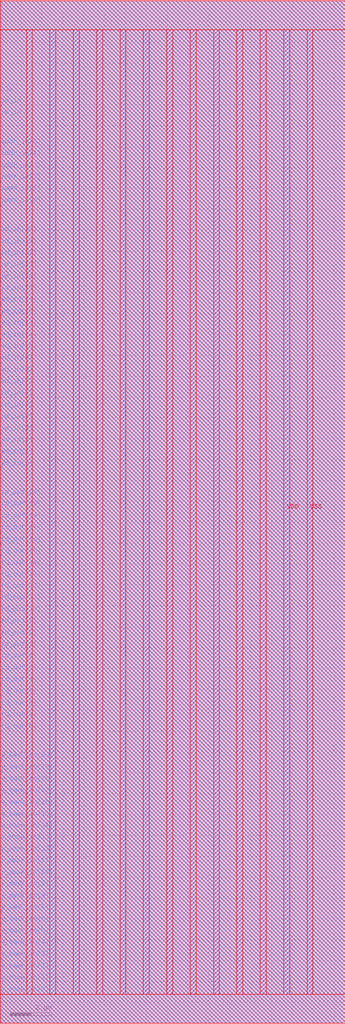
<source format=lef>
VERSION 5.7 ;
BUSBITCHARS "[]" ;
MACRO fakeram45_64x21
  FOREIGN fakeram45_64x21 0 0 ;
  SYMMETRY X Y R90 ;
  SIZE 16.530 BY 49.000 ;
  CLASS BLOCK ;
  PIN w_mask_in[0]
    DIRECTION INPUT ;
    USE SIGNAL ;
    SHAPE ABUTMENT ;
    PORT
      LAYER metal3 ;
      RECT 0.000 1.365 0.070 1.435 ;
    END
  END w_mask_in[0]
  PIN w_mask_in[1]
    DIRECTION INPUT ;
    USE SIGNAL ;
    SHAPE ABUTMENT ;
    PORT
      LAYER metal3 ;
      RECT 0.000 1.925 0.070 1.995 ;
    END
  END w_mask_in[1]
  PIN w_mask_in[2]
    DIRECTION INPUT ;
    USE SIGNAL ;
    SHAPE ABUTMENT ;
    PORT
      LAYER metal3 ;
      RECT 0.000 2.485 0.070 2.555 ;
    END
  END w_mask_in[2]
  PIN w_mask_in[3]
    DIRECTION INPUT ;
    USE SIGNAL ;
    SHAPE ABUTMENT ;
    PORT
      LAYER metal3 ;
      RECT 0.000 3.045 0.070 3.115 ;
    END
  END w_mask_in[3]
  PIN w_mask_in[4]
    DIRECTION INPUT ;
    USE SIGNAL ;
    SHAPE ABUTMENT ;
    PORT
      LAYER metal3 ;
      RECT 0.000 3.605 0.070 3.675 ;
    END
  END w_mask_in[4]
  PIN w_mask_in[5]
    DIRECTION INPUT ;
    USE SIGNAL ;
    SHAPE ABUTMENT ;
    PORT
      LAYER metal3 ;
      RECT 0.000 4.165 0.070 4.235 ;
    END
  END w_mask_in[5]
  PIN w_mask_in[6]
    DIRECTION INPUT ;
    USE SIGNAL ;
    SHAPE ABUTMENT ;
    PORT
      LAYER metal3 ;
      RECT 0.000 4.725 0.070 4.795 ;
    END
  END w_mask_in[6]
  PIN w_mask_in[7]
    DIRECTION INPUT ;
    USE SIGNAL ;
    SHAPE ABUTMENT ;
    PORT
      LAYER metal3 ;
      RECT 0.000 5.285 0.070 5.355 ;
    END
  END w_mask_in[7]
  PIN w_mask_in[8]
    DIRECTION INPUT ;
    USE SIGNAL ;
    SHAPE ABUTMENT ;
    PORT
      LAYER metal3 ;
      RECT 0.000 5.845 0.070 5.915 ;
    END
  END w_mask_in[8]
  PIN w_mask_in[9]
    DIRECTION INPUT ;
    USE SIGNAL ;
    SHAPE ABUTMENT ;
    PORT
      LAYER metal3 ;
      RECT 0.000 6.405 0.070 6.475 ;
    END
  END w_mask_in[9]
  PIN w_mask_in[10]
    DIRECTION INPUT ;
    USE SIGNAL ;
    SHAPE ABUTMENT ;
    PORT
      LAYER metal3 ;
      RECT 0.000 6.965 0.070 7.035 ;
    END
  END w_mask_in[10]
  PIN w_mask_in[11]
    DIRECTION INPUT ;
    USE SIGNAL ;
    SHAPE ABUTMENT ;
    PORT
      LAYER metal3 ;
      RECT 0.000 7.525 0.070 7.595 ;
    END
  END w_mask_in[11]
  PIN w_mask_in[12]
    DIRECTION INPUT ;
    USE SIGNAL ;
    SHAPE ABUTMENT ;
    PORT
      LAYER metal3 ;
      RECT 0.000 8.085 0.070 8.155 ;
    END
  END w_mask_in[12]
  PIN w_mask_in[13]
    DIRECTION INPUT ;
    USE SIGNAL ;
    SHAPE ABUTMENT ;
    PORT
      LAYER metal3 ;
      RECT 0.000 8.645 0.070 8.715 ;
    END
  END w_mask_in[13]
  PIN w_mask_in[14]
    DIRECTION INPUT ;
    USE SIGNAL ;
    SHAPE ABUTMENT ;
    PORT
      LAYER metal3 ;
      RECT 0.000 9.205 0.070 9.275 ;
    END
  END w_mask_in[14]
  PIN w_mask_in[15]
    DIRECTION INPUT ;
    USE SIGNAL ;
    SHAPE ABUTMENT ;
    PORT
      LAYER metal3 ;
      RECT 0.000 9.765 0.070 9.835 ;
    END
  END w_mask_in[15]
  PIN w_mask_in[16]
    DIRECTION INPUT ;
    USE SIGNAL ;
    SHAPE ABUTMENT ;
    PORT
      LAYER metal3 ;
      RECT 0.000 10.325 0.070 10.395 ;
    END
  END w_mask_in[16]
  PIN w_mask_in[17]
    DIRECTION INPUT ;
    USE SIGNAL ;
    SHAPE ABUTMENT ;
    PORT
      LAYER metal3 ;
      RECT 0.000 10.885 0.070 10.955 ;
    END
  END w_mask_in[17]
  PIN w_mask_in[18]
    DIRECTION INPUT ;
    USE SIGNAL ;
    SHAPE ABUTMENT ;
    PORT
      LAYER metal3 ;
      RECT 0.000 11.445 0.070 11.515 ;
    END
  END w_mask_in[18]
  PIN w_mask_in[19]
    DIRECTION INPUT ;
    USE SIGNAL ;
    SHAPE ABUTMENT ;
    PORT
      LAYER metal3 ;
      RECT 0.000 12.005 0.070 12.075 ;
    END
  END w_mask_in[19]
  PIN w_mask_in[20]
    DIRECTION INPUT ;
    USE SIGNAL ;
    SHAPE ABUTMENT ;
    PORT
      LAYER metal3 ;
      RECT 0.000 12.565 0.070 12.635 ;
    END
  END w_mask_in[20]
  PIN rd_out[0]
    DIRECTION OUTPUT ;
    USE SIGNAL ;
    SHAPE ABUTMENT ;
    PORT
      LAYER metal3 ;
      RECT 0.000 13.965 0.070 14.035 ;
    END
  END rd_out[0]
  PIN rd_out[1]
    DIRECTION OUTPUT ;
    USE SIGNAL ;
    SHAPE ABUTMENT ;
    PORT
      LAYER metal3 ;
      RECT 0.000 14.525 0.070 14.595 ;
    END
  END rd_out[1]
  PIN rd_out[2]
    DIRECTION OUTPUT ;
    USE SIGNAL ;
    SHAPE ABUTMENT ;
    PORT
      LAYER metal3 ;
      RECT 0.000 15.085 0.070 15.155 ;
    END
  END rd_out[2]
  PIN rd_out[3]
    DIRECTION OUTPUT ;
    USE SIGNAL ;
    SHAPE ABUTMENT ;
    PORT
      LAYER metal3 ;
      RECT 0.000 15.645 0.070 15.715 ;
    END
  END rd_out[3]
  PIN rd_out[4]
    DIRECTION OUTPUT ;
    USE SIGNAL ;
    SHAPE ABUTMENT ;
    PORT
      LAYER metal3 ;
      RECT 0.000 16.205 0.070 16.275 ;
    END
  END rd_out[4]
  PIN rd_out[5]
    DIRECTION OUTPUT ;
    USE SIGNAL ;
    SHAPE ABUTMENT ;
    PORT
      LAYER metal3 ;
      RECT 0.000 16.765 0.070 16.835 ;
    END
  END rd_out[5]
  PIN rd_out[6]
    DIRECTION OUTPUT ;
    USE SIGNAL ;
    SHAPE ABUTMENT ;
    PORT
      LAYER metal3 ;
      RECT 0.000 17.325 0.070 17.395 ;
    END
  END rd_out[6]
  PIN rd_out[7]
    DIRECTION OUTPUT ;
    USE SIGNAL ;
    SHAPE ABUTMENT ;
    PORT
      LAYER metal3 ;
      RECT 0.000 17.885 0.070 17.955 ;
    END
  END rd_out[7]
  PIN rd_out[8]
    DIRECTION OUTPUT ;
    USE SIGNAL ;
    SHAPE ABUTMENT ;
    PORT
      LAYER metal3 ;
      RECT 0.000 18.445 0.070 18.515 ;
    END
  END rd_out[8]
  PIN rd_out[9]
    DIRECTION OUTPUT ;
    USE SIGNAL ;
    SHAPE ABUTMENT ;
    PORT
      LAYER metal3 ;
      RECT 0.000 19.005 0.070 19.075 ;
    END
  END rd_out[9]
  PIN rd_out[10]
    DIRECTION OUTPUT ;
    USE SIGNAL ;
    SHAPE ABUTMENT ;
    PORT
      LAYER metal3 ;
      RECT 0.000 19.565 0.070 19.635 ;
    END
  END rd_out[10]
  PIN rd_out[11]
    DIRECTION OUTPUT ;
    USE SIGNAL ;
    SHAPE ABUTMENT ;
    PORT
      LAYER metal3 ;
      RECT 0.000 20.125 0.070 20.195 ;
    END
  END rd_out[11]
  PIN rd_out[12]
    DIRECTION OUTPUT ;
    USE SIGNAL ;
    SHAPE ABUTMENT ;
    PORT
      LAYER metal3 ;
      RECT 0.000 20.685 0.070 20.755 ;
    END
  END rd_out[12]
  PIN rd_out[13]
    DIRECTION OUTPUT ;
    USE SIGNAL ;
    SHAPE ABUTMENT ;
    PORT
      LAYER metal3 ;
      RECT 0.000 21.245 0.070 21.315 ;
    END
  END rd_out[13]
  PIN rd_out[14]
    DIRECTION OUTPUT ;
    USE SIGNAL ;
    SHAPE ABUTMENT ;
    PORT
      LAYER metal3 ;
      RECT 0.000 21.805 0.070 21.875 ;
    END
  END rd_out[14]
  PIN rd_out[15]
    DIRECTION OUTPUT ;
    USE SIGNAL ;
    SHAPE ABUTMENT ;
    PORT
      LAYER metal3 ;
      RECT 0.000 22.365 0.070 22.435 ;
    END
  END rd_out[15]
  PIN rd_out[16]
    DIRECTION OUTPUT ;
    USE SIGNAL ;
    SHAPE ABUTMENT ;
    PORT
      LAYER metal3 ;
      RECT 0.000 22.925 0.070 22.995 ;
    END
  END rd_out[16]
  PIN rd_out[17]
    DIRECTION OUTPUT ;
    USE SIGNAL ;
    SHAPE ABUTMENT ;
    PORT
      LAYER metal3 ;
      RECT 0.000 23.485 0.070 23.555 ;
    END
  END rd_out[17]
  PIN rd_out[18]
    DIRECTION OUTPUT ;
    USE SIGNAL ;
    SHAPE ABUTMENT ;
    PORT
      LAYER metal3 ;
      RECT 0.000 24.045 0.070 24.115 ;
    END
  END rd_out[18]
  PIN rd_out[19]
    DIRECTION OUTPUT ;
    USE SIGNAL ;
    SHAPE ABUTMENT ;
    PORT
      LAYER metal3 ;
      RECT 0.000 24.605 0.070 24.675 ;
    END
  END rd_out[19]
  PIN rd_out[20]
    DIRECTION OUTPUT ;
    USE SIGNAL ;
    SHAPE ABUTMENT ;
    PORT
      LAYER metal3 ;
      RECT 0.000 25.165 0.070 25.235 ;
    END
  END rd_out[20]
  PIN wd_in[0]
    DIRECTION INPUT ;
    USE SIGNAL ;
    SHAPE ABUTMENT ;
    PORT
      LAYER metal3 ;
      RECT 0.000 26.565 0.070 26.635 ;
    END
  END wd_in[0]
  PIN wd_in[1]
    DIRECTION INPUT ;
    USE SIGNAL ;
    SHAPE ABUTMENT ;
    PORT
      LAYER metal3 ;
      RECT 0.000 27.125 0.070 27.195 ;
    END
  END wd_in[1]
  PIN wd_in[2]
    DIRECTION INPUT ;
    USE SIGNAL ;
    SHAPE ABUTMENT ;
    PORT
      LAYER metal3 ;
      RECT 0.000 27.685 0.070 27.755 ;
    END
  END wd_in[2]
  PIN wd_in[3]
    DIRECTION INPUT ;
    USE SIGNAL ;
    SHAPE ABUTMENT ;
    PORT
      LAYER metal3 ;
      RECT 0.000 28.245 0.070 28.315 ;
    END
  END wd_in[3]
  PIN wd_in[4]
    DIRECTION INPUT ;
    USE SIGNAL ;
    SHAPE ABUTMENT ;
    PORT
      LAYER metal3 ;
      RECT 0.000 28.805 0.070 28.875 ;
    END
  END wd_in[4]
  PIN wd_in[5]
    DIRECTION INPUT ;
    USE SIGNAL ;
    SHAPE ABUTMENT ;
    PORT
      LAYER metal3 ;
      RECT 0.000 29.365 0.070 29.435 ;
    END
  END wd_in[5]
  PIN wd_in[6]
    DIRECTION INPUT ;
    USE SIGNAL ;
    SHAPE ABUTMENT ;
    PORT
      LAYER metal3 ;
      RECT 0.000 29.925 0.070 29.995 ;
    END
  END wd_in[6]
  PIN wd_in[7]
    DIRECTION INPUT ;
    USE SIGNAL ;
    SHAPE ABUTMENT ;
    PORT
      LAYER metal3 ;
      RECT 0.000 30.485 0.070 30.555 ;
    END
  END wd_in[7]
  PIN wd_in[8]
    DIRECTION INPUT ;
    USE SIGNAL ;
    SHAPE ABUTMENT ;
    PORT
      LAYER metal3 ;
      RECT 0.000 31.045 0.070 31.115 ;
    END
  END wd_in[8]
  PIN wd_in[9]
    DIRECTION INPUT ;
    USE SIGNAL ;
    SHAPE ABUTMENT ;
    PORT
      LAYER metal3 ;
      RECT 0.000 31.605 0.070 31.675 ;
    END
  END wd_in[9]
  PIN wd_in[10]
    DIRECTION INPUT ;
    USE SIGNAL ;
    SHAPE ABUTMENT ;
    PORT
      LAYER metal3 ;
      RECT 0.000 32.165 0.070 32.235 ;
    END
  END wd_in[10]
  PIN wd_in[11]
    DIRECTION INPUT ;
    USE SIGNAL ;
    SHAPE ABUTMENT ;
    PORT
      LAYER metal3 ;
      RECT 0.000 32.725 0.070 32.795 ;
    END
  END wd_in[11]
  PIN wd_in[12]
    DIRECTION INPUT ;
    USE SIGNAL ;
    SHAPE ABUTMENT ;
    PORT
      LAYER metal3 ;
      RECT 0.000 33.285 0.070 33.355 ;
    END
  END wd_in[12]
  PIN wd_in[13]
    DIRECTION INPUT ;
    USE SIGNAL ;
    SHAPE ABUTMENT ;
    PORT
      LAYER metal3 ;
      RECT 0.000 33.845 0.070 33.915 ;
    END
  END wd_in[13]
  PIN wd_in[14]
    DIRECTION INPUT ;
    USE SIGNAL ;
    SHAPE ABUTMENT ;
    PORT
      LAYER metal3 ;
      RECT 0.000 34.405 0.070 34.475 ;
    END
  END wd_in[14]
  PIN wd_in[15]
    DIRECTION INPUT ;
    USE SIGNAL ;
    SHAPE ABUTMENT ;
    PORT
      LAYER metal3 ;
      RECT 0.000 34.965 0.070 35.035 ;
    END
  END wd_in[15]
  PIN wd_in[16]
    DIRECTION INPUT ;
    USE SIGNAL ;
    SHAPE ABUTMENT ;
    PORT
      LAYER metal3 ;
      RECT 0.000 35.525 0.070 35.595 ;
    END
  END wd_in[16]
  PIN wd_in[17]
    DIRECTION INPUT ;
    USE SIGNAL ;
    SHAPE ABUTMENT ;
    PORT
      LAYER metal3 ;
      RECT 0.000 36.085 0.070 36.155 ;
    END
  END wd_in[17]
  PIN wd_in[18]
    DIRECTION INPUT ;
    USE SIGNAL ;
    SHAPE ABUTMENT ;
    PORT
      LAYER metal3 ;
      RECT 0.000 36.645 0.070 36.715 ;
    END
  END wd_in[18]
  PIN wd_in[19]
    DIRECTION INPUT ;
    USE SIGNAL ;
    SHAPE ABUTMENT ;
    PORT
      LAYER metal3 ;
      RECT 0.000 37.205 0.070 37.275 ;
    END
  END wd_in[19]
  PIN wd_in[20]
    DIRECTION INPUT ;
    USE SIGNAL ;
    SHAPE ABUTMENT ;
    PORT
      LAYER metal3 ;
      RECT 0.000 37.765 0.070 37.835 ;
    END
  END wd_in[20]
  PIN addr_in[0]
    DIRECTION INPUT ;
    USE SIGNAL ;
    SHAPE ABUTMENT ;
    PORT
      LAYER metal3 ;
      RECT 0.000 39.165 0.070 39.235 ;
    END
  END addr_in[0]
  PIN addr_in[1]
    DIRECTION INPUT ;
    USE SIGNAL ;
    SHAPE ABUTMENT ;
    PORT
      LAYER metal3 ;
      RECT 0.000 39.725 0.070 39.795 ;
    END
  END addr_in[1]
  PIN addr_in[2]
    DIRECTION INPUT ;
    USE SIGNAL ;
    SHAPE ABUTMENT ;
    PORT
      LAYER metal3 ;
      RECT 0.000 40.285 0.070 40.355 ;
    END
  END addr_in[2]
  PIN addr_in[3]
    DIRECTION INPUT ;
    USE SIGNAL ;
    SHAPE ABUTMENT ;
    PORT
      LAYER metal3 ;
      RECT 0.000 40.845 0.070 40.915 ;
    END
  END addr_in[3]
  PIN addr_in[4]
    DIRECTION INPUT ;
    USE SIGNAL ;
    SHAPE ABUTMENT ;
    PORT
      LAYER metal3 ;
      RECT 0.000 41.405 0.070 41.475 ;
    END
  END addr_in[4]
  PIN addr_in[5]
    DIRECTION INPUT ;
    USE SIGNAL ;
    SHAPE ABUTMENT ;
    PORT
      LAYER metal3 ;
      RECT 0.000 41.965 0.070 42.035 ;
    END
  END addr_in[5]
  PIN we_in
    DIRECTION INPUT ;
    USE SIGNAL ;
    SHAPE ABUTMENT ;
    PORT
      LAYER metal3 ;
      RECT 0.000 43.365 0.070 43.435 ;
    END
  END we_in
  PIN ce_in
    DIRECTION INPUT ;
    USE SIGNAL ;
    SHAPE ABUTMENT ;
    PORT
      LAYER metal3 ;
      RECT 0.000 43.925 0.070 43.995 ;
    END
  END ce_in
  PIN clk
    DIRECTION INPUT ;
    USE SIGNAL ;
    SHAPE ABUTMENT ;
    PORT
      LAYER metal3 ;
      RECT 0.000 44.485 0.070 44.555 ;
    END
  END clk
  PIN VSS
    DIRECTION INOUT ;
    USE GROUND ;
    PORT
      LAYER metal4 ;
      RECT 1.260 1.400 1.540 47.600 ;
      RECT 3.500 1.400 3.780 47.600 ;
      RECT 5.740 1.400 6.020 47.600 ;
      RECT 7.980 1.400 8.260 47.600 ;
      RECT 10.220 1.400 10.500 47.600 ;
      RECT 12.460 1.400 12.740 47.600 ;
      RECT 14.700 1.400 14.980 47.600 ;
    END
  END VSS
  PIN VDD
    DIRECTION INOUT ;
    USE POWER ;
    PORT
      LAYER metal4 ;
      RECT 2.380 1.400 2.660 47.600 ;
      RECT 4.620 1.400 4.900 47.600 ;
      RECT 6.860 1.400 7.140 47.600 ;
      RECT 9.100 1.400 9.380 47.600 ;
      RECT 11.340 1.400 11.620 47.600 ;
      RECT 13.580 1.400 13.860 47.600 ;
    END
  END VDD
  OBS
    LAYER metal1 ;
    RECT 0 0 16.530 49.000 ;
    LAYER metal2 ;
    RECT 0 0 16.530 49.000 ;
    LAYER metal3 ;
    RECT 0.070 0 16.530 49.000 ;
    RECT 0 0.000 0.070 1.365 ;
    RECT 0 1.435 0.070 1.925 ;
    RECT 0 1.995 0.070 2.485 ;
    RECT 0 2.555 0.070 3.045 ;
    RECT 0 3.115 0.070 3.605 ;
    RECT 0 3.675 0.070 4.165 ;
    RECT 0 4.235 0.070 4.725 ;
    RECT 0 4.795 0.070 5.285 ;
    RECT 0 5.355 0.070 5.845 ;
    RECT 0 5.915 0.070 6.405 ;
    RECT 0 6.475 0.070 6.965 ;
    RECT 0 7.035 0.070 7.525 ;
    RECT 0 7.595 0.070 8.085 ;
    RECT 0 8.155 0.070 8.645 ;
    RECT 0 8.715 0.070 9.205 ;
    RECT 0 9.275 0.070 9.765 ;
    RECT 0 9.835 0.070 10.325 ;
    RECT 0 10.395 0.070 10.885 ;
    RECT 0 10.955 0.070 11.445 ;
    RECT 0 11.515 0.070 12.005 ;
    RECT 0 12.075 0.070 12.565 ;
    RECT 0 12.635 0.070 13.965 ;
    RECT 0 14.035 0.070 14.525 ;
    RECT 0 14.595 0.070 15.085 ;
    RECT 0 15.155 0.070 15.645 ;
    RECT 0 15.715 0.070 16.205 ;
    RECT 0 16.275 0.070 16.765 ;
    RECT 0 16.835 0.070 17.325 ;
    RECT 0 17.395 0.070 17.885 ;
    RECT 0 17.955 0.070 18.445 ;
    RECT 0 18.515 0.070 19.005 ;
    RECT 0 19.075 0.070 19.565 ;
    RECT 0 19.635 0.070 20.125 ;
    RECT 0 20.195 0.070 20.685 ;
    RECT 0 20.755 0.070 21.245 ;
    RECT 0 21.315 0.070 21.805 ;
    RECT 0 21.875 0.070 22.365 ;
    RECT 0 22.435 0.070 22.925 ;
    RECT 0 22.995 0.070 23.485 ;
    RECT 0 23.555 0.070 24.045 ;
    RECT 0 24.115 0.070 24.605 ;
    RECT 0 24.675 0.070 25.165 ;
    RECT 0 25.235 0.070 26.565 ;
    RECT 0 26.635 0.070 27.125 ;
    RECT 0 27.195 0.070 27.685 ;
    RECT 0 27.755 0.070 28.245 ;
    RECT 0 28.315 0.070 28.805 ;
    RECT 0 28.875 0.070 29.365 ;
    RECT 0 29.435 0.070 29.925 ;
    RECT 0 29.995 0.070 30.485 ;
    RECT 0 30.555 0.070 31.045 ;
    RECT 0 31.115 0.070 31.605 ;
    RECT 0 31.675 0.070 32.165 ;
    RECT 0 32.235 0.070 32.725 ;
    RECT 0 32.795 0.070 33.285 ;
    RECT 0 33.355 0.070 33.845 ;
    RECT 0 33.915 0.070 34.405 ;
    RECT 0 34.475 0.070 34.965 ;
    RECT 0 35.035 0.070 35.525 ;
    RECT 0 35.595 0.070 36.085 ;
    RECT 0 36.155 0.070 36.645 ;
    RECT 0 36.715 0.070 37.205 ;
    RECT 0 37.275 0.070 37.765 ;
    RECT 0 37.835 0.070 39.165 ;
    RECT 0 39.235 0.070 39.725 ;
    RECT 0 39.795 0.070 40.285 ;
    RECT 0 40.355 0.070 40.845 ;
    RECT 0 40.915 0.070 41.405 ;
    RECT 0 41.475 0.070 41.965 ;
    RECT 0 42.035 0.070 43.365 ;
    RECT 0 43.435 0.070 43.925 ;
    RECT 0 43.995 0.070 44.485 ;
    RECT 0 44.555 0.070 49.000 ;
    LAYER metal4 ;
    RECT 0 0 16.530 1.400 ;
    RECT 0 47.600 16.530 49.000 ;
    RECT 0.000 1.400 1.260 47.600 ;
    RECT 1.540 1.400 2.380 47.600 ;
    RECT 2.660 1.400 3.500 47.600 ;
    RECT 3.780 1.400 4.620 47.600 ;
    RECT 4.900 1.400 5.740 47.600 ;
    RECT 6.020 1.400 6.860 47.600 ;
    RECT 7.140 1.400 7.980 47.600 ;
    RECT 8.260 1.400 9.100 47.600 ;
    RECT 9.380 1.400 10.220 47.600 ;
    RECT 10.500 1.400 11.340 47.600 ;
    RECT 11.620 1.400 12.460 47.600 ;
    RECT 12.740 1.400 13.580 47.600 ;
    RECT 13.860 1.400 14.700 47.600 ;
    RECT 14.980 1.400 16.530 47.600 ;
    LAYER OVERLAP ;
    RECT 0 0 16.530 49.000 ;
  END
END fakeram45_64x21

END LIBRARY

</source>
